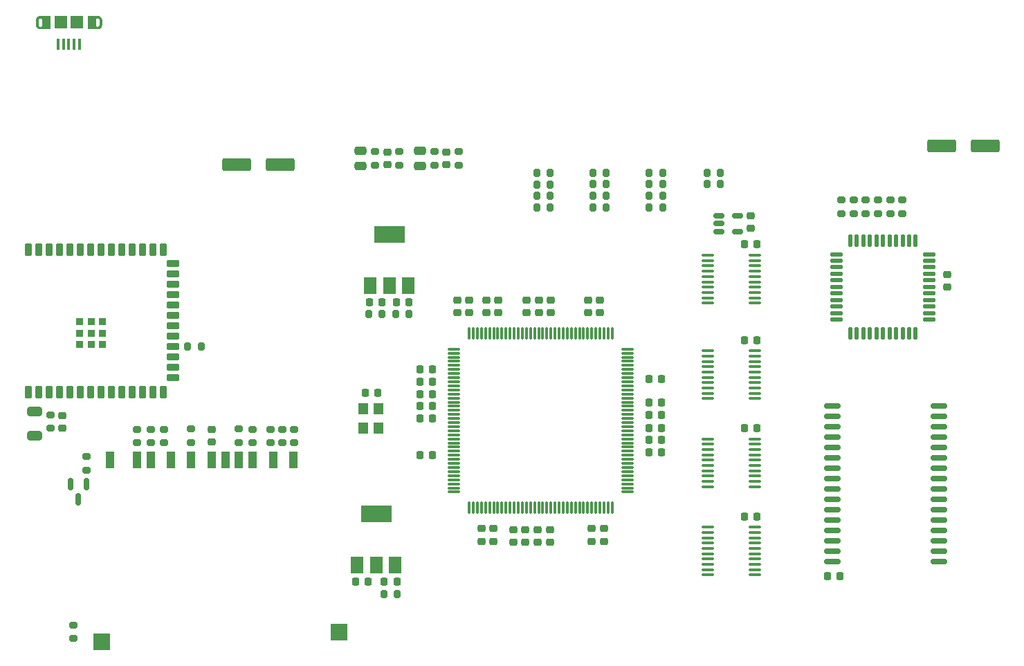
<source format=gtp>
%TF.GenerationSoftware,KiCad,Pcbnew,(7.0.0)*%
%TF.CreationDate,2023-08-07T16:44:30-07:00*%
%TF.ProjectId,aquarius-plus,61717561-7269-4757-932d-706c75732e6b,rev?*%
%TF.SameCoordinates,Original*%
%TF.FileFunction,Paste,Top*%
%TF.FilePolarity,Positive*%
%FSLAX46Y46*%
G04 Gerber Fmt 4.6, Leading zero omitted, Abs format (unit mm)*
G04 Created by KiCad (PCBNEW (7.0.0)) date 2023-08-07 16:44:30*
%MOMM*%
%LPD*%
G01*
G04 APERTURE LIST*
G04 Aperture macros list*
%AMRoundRect*
0 Rectangle with rounded corners*
0 $1 Rounding radius*
0 $2 $3 $4 $5 $6 $7 $8 $9 X,Y pos of 4 corners*
0 Add a 4 corners polygon primitive as box body*
4,1,4,$2,$3,$4,$5,$6,$7,$8,$9,$2,$3,0*
0 Add four circle primitives for the rounded corners*
1,1,$1+$1,$2,$3*
1,1,$1+$1,$4,$5*
1,1,$1+$1,$6,$7*
1,1,$1+$1,$8,$9*
0 Add four rect primitives between the rounded corners*
20,1,$1+$1,$2,$3,$4,$5,0*
20,1,$1+$1,$4,$5,$6,$7,0*
20,1,$1+$1,$6,$7,$8,$9,0*
20,1,$1+$1,$8,$9,$2,$3,0*%
G04 Aperture macros list end*
%ADD10C,0.000100*%
%ADD11RoundRect,0.225000X0.250000X-0.225000X0.250000X0.225000X-0.250000X0.225000X-0.250000X-0.225000X0*%
%ADD12RoundRect,0.200000X-0.275000X0.200000X-0.275000X-0.200000X0.275000X-0.200000X0.275000X0.200000X0*%
%ADD13RoundRect,0.200000X0.275000X-0.200000X0.275000X0.200000X-0.275000X0.200000X-0.275000X-0.200000X0*%
%ADD14RoundRect,0.150000X0.875000X0.150000X-0.875000X0.150000X-0.875000X-0.150000X0.875000X-0.150000X0*%
%ADD15RoundRect,0.200000X-0.200000X-0.275000X0.200000X-0.275000X0.200000X0.275000X-0.200000X0.275000X0*%
%ADD16RoundRect,0.225000X-0.250000X0.225000X-0.250000X-0.225000X0.250000X-0.225000X0.250000X0.225000X0*%
%ADD17R,1.500000X2.000000*%
%ADD18R,3.800000X2.000000*%
%ADD19RoundRect,0.075000X-0.075000X0.662500X-0.075000X-0.662500X0.075000X-0.662500X0.075000X0.662500X0*%
%ADD20RoundRect,0.075000X-0.662500X0.075000X-0.662500X-0.075000X0.662500X-0.075000X0.662500X0.075000X0*%
%ADD21RoundRect,0.225000X0.225000X0.250000X-0.225000X0.250000X-0.225000X-0.250000X0.225000X-0.250000X0*%
%ADD22RoundRect,0.225000X-0.225000X-0.250000X0.225000X-0.250000X0.225000X0.250000X-0.225000X0.250000X0*%
%ADD23RoundRect,0.250000X0.475000X-0.250000X0.475000X0.250000X-0.475000X0.250000X-0.475000X-0.250000X0*%
%ADD24R,0.400000X1.350000*%
%ADD25R,1.500000X1.550000*%
%ADD26R,1.000000X2.000000*%
%ADD27RoundRect,0.000000X-0.500000X-1.000000X0.500000X-1.000000X0.500000X1.000000X-0.500000X1.000000X0*%
%ADD28R,2.000000X2.000000*%
%ADD29RoundRect,0.137500X0.600000X0.137500X-0.600000X0.137500X-0.600000X-0.137500X0.600000X-0.137500X0*%
%ADD30RoundRect,0.137500X0.137500X0.600000X-0.137500X0.600000X-0.137500X-0.600000X0.137500X-0.600000X0*%
%ADD31RoundRect,0.100000X-0.637500X-0.100000X0.637500X-0.100000X0.637500X0.100000X-0.637500X0.100000X0*%
%ADD32RoundRect,0.250000X1.500000X0.550000X-1.500000X0.550000X-1.500000X-0.550000X1.500000X-0.550000X0*%
%ADD33R,1.200000X1.400000*%
%ADD34RoundRect,0.250000X-0.650000X0.325000X-0.650000X-0.325000X0.650000X-0.325000X0.650000X0.325000X0*%
%ADD35RoundRect,0.225000X0.225000X0.525000X-0.225000X0.525000X-0.225000X-0.525000X0.225000X-0.525000X0*%
%ADD36RoundRect,0.225000X-0.525000X0.225000X-0.525000X-0.225000X0.525000X-0.225000X0.525000X0.225000X0*%
%ADD37RoundRect,0.225000X-0.225000X-0.525000X0.225000X-0.525000X0.225000X0.525000X-0.225000X0.525000X0*%
%ADD38RoundRect,0.225000X-0.225000X-0.225000X0.225000X-0.225000X0.225000X0.225000X-0.225000X0.225000X0*%
%ADD39RoundRect,0.150000X-0.150000X0.587500X-0.150000X-0.587500X0.150000X-0.587500X0.150000X0.587500X0*%
%ADD40RoundRect,0.250000X-1.500000X-0.550000X1.500000X-0.550000X1.500000X0.550000X-1.500000X0.550000X0*%
%ADD41RoundRect,0.150000X-0.512500X-0.150000X0.512500X-0.150000X0.512500X0.150000X-0.512500X0.150000X0*%
G04 APERTURE END LIST*
D10*
%TO.C,J1*%
X80967152Y-45229469D02*
X80967152Y-45059469D01*
X73967152Y-43689469D02*
X73967152Y-43859469D01*
G36*
X80967152Y-43884469D02*
G01*
X80954152Y-43884469D01*
X80941152Y-43885469D01*
X80928152Y-43887469D01*
X80915152Y-43889469D01*
X80902152Y-43893469D01*
X80890152Y-43896469D01*
X80877152Y-43901469D01*
X80865152Y-43906469D01*
X80854152Y-43911469D01*
X80842152Y-43917469D01*
X80831152Y-43924469D01*
X80820152Y-43932469D01*
X80810152Y-43940469D01*
X80800152Y-43948469D01*
X80790152Y-43957469D01*
X80781152Y-43967469D01*
X80773152Y-43977469D01*
X80765152Y-43987469D01*
X80757152Y-43998469D01*
X80750152Y-44009469D01*
X80744152Y-44021469D01*
X80739152Y-44032469D01*
X80734152Y-44044469D01*
X80729152Y-44057469D01*
X80726152Y-44069469D01*
X80722152Y-44082469D01*
X80720152Y-44095469D01*
X80718152Y-44108469D01*
X80717152Y-44121469D01*
X80717152Y-44134469D01*
X80717152Y-44784469D01*
X80717152Y-44797469D01*
X80718152Y-44810469D01*
X80720152Y-44823469D01*
X80722152Y-44836469D01*
X80726152Y-44849469D01*
X80729152Y-44861469D01*
X80734152Y-44874469D01*
X80739152Y-44886469D01*
X80744152Y-44897469D01*
X80750152Y-44909469D01*
X80757152Y-44920469D01*
X80765152Y-44931469D01*
X80773152Y-44941469D01*
X80781152Y-44951469D01*
X80790152Y-44961469D01*
X80800152Y-44970469D01*
X80810152Y-44978469D01*
X80820152Y-44986469D01*
X80831152Y-44994469D01*
X80842152Y-45001469D01*
X80854152Y-45007469D01*
X80865152Y-45012469D01*
X80877152Y-45017469D01*
X80890152Y-45022469D01*
X80902152Y-45025469D01*
X80915152Y-45029469D01*
X80928152Y-45031469D01*
X80941152Y-45033469D01*
X80954152Y-45034469D01*
X80967152Y-45034469D01*
X80967152Y-45234469D01*
X79767152Y-45234469D01*
X79767152Y-43684469D01*
X80967152Y-43684469D01*
X80967152Y-43884469D01*
G37*
X80967152Y-43884469D02*
X80954152Y-43884469D01*
X80941152Y-43885469D01*
X80928152Y-43887469D01*
X80915152Y-43889469D01*
X80902152Y-43893469D01*
X80890152Y-43896469D01*
X80877152Y-43901469D01*
X80865152Y-43906469D01*
X80854152Y-43911469D01*
X80842152Y-43917469D01*
X80831152Y-43924469D01*
X80820152Y-43932469D01*
X80810152Y-43940469D01*
X80800152Y-43948469D01*
X80790152Y-43957469D01*
X80781152Y-43967469D01*
X80773152Y-43977469D01*
X80765152Y-43987469D01*
X80757152Y-43998469D01*
X80750152Y-44009469D01*
X80744152Y-44021469D01*
X80739152Y-44032469D01*
X80734152Y-44044469D01*
X80729152Y-44057469D01*
X80726152Y-44069469D01*
X80722152Y-44082469D01*
X80720152Y-44095469D01*
X80718152Y-44108469D01*
X80717152Y-44121469D01*
X80717152Y-44134469D01*
X80717152Y-44784469D01*
X80717152Y-44797469D01*
X80718152Y-44810469D01*
X80720152Y-44823469D01*
X80722152Y-44836469D01*
X80726152Y-44849469D01*
X80729152Y-44861469D01*
X80734152Y-44874469D01*
X80739152Y-44886469D01*
X80744152Y-44897469D01*
X80750152Y-44909469D01*
X80757152Y-44920469D01*
X80765152Y-44931469D01*
X80773152Y-44941469D01*
X80781152Y-44951469D01*
X80790152Y-44961469D01*
X80800152Y-44970469D01*
X80810152Y-44978469D01*
X80820152Y-44986469D01*
X80831152Y-44994469D01*
X80842152Y-45001469D01*
X80854152Y-45007469D01*
X80865152Y-45012469D01*
X80877152Y-45017469D01*
X80890152Y-45022469D01*
X80902152Y-45025469D01*
X80915152Y-45029469D01*
X80928152Y-45031469D01*
X80941152Y-45033469D01*
X80954152Y-45034469D01*
X80967152Y-45034469D01*
X80967152Y-45234469D01*
X79767152Y-45234469D01*
X79767152Y-43684469D01*
X80967152Y-43684469D01*
X80967152Y-43884469D01*
G36*
X75167152Y-45234469D02*
G01*
X73967152Y-45234469D01*
X73967152Y-45034469D01*
X73980152Y-45034469D01*
X73993152Y-45033469D01*
X74006152Y-45031469D01*
X74019152Y-45029469D01*
X74032152Y-45025469D01*
X74044152Y-45022469D01*
X74057152Y-45017469D01*
X74069152Y-45012469D01*
X74080152Y-45007469D01*
X74092152Y-45001469D01*
X74103152Y-44994469D01*
X74114152Y-44986469D01*
X74124152Y-44978469D01*
X74134152Y-44970469D01*
X74144152Y-44961469D01*
X74153152Y-44951469D01*
X74161152Y-44941469D01*
X74169152Y-44931469D01*
X74177152Y-44920469D01*
X74184152Y-44909469D01*
X74190152Y-44897469D01*
X74195152Y-44886469D01*
X74200152Y-44874469D01*
X74205152Y-44861469D01*
X74208152Y-44849469D01*
X74212152Y-44836469D01*
X74214152Y-44823469D01*
X74216152Y-44810469D01*
X74217152Y-44797469D01*
X74217152Y-44784469D01*
X74217152Y-44134469D01*
X74217152Y-44121469D01*
X74216152Y-44108469D01*
X74214152Y-44095469D01*
X74212152Y-44082469D01*
X74208152Y-44069469D01*
X74205152Y-44057469D01*
X74200152Y-44044469D01*
X74195152Y-44032469D01*
X74190152Y-44021469D01*
X74184152Y-44009469D01*
X74177152Y-43998469D01*
X74169152Y-43987469D01*
X74161152Y-43977469D01*
X74153152Y-43967469D01*
X74144152Y-43957469D01*
X74134152Y-43948469D01*
X74124152Y-43940469D01*
X74114152Y-43932469D01*
X74103152Y-43924469D01*
X74092152Y-43917469D01*
X74080152Y-43911469D01*
X74069152Y-43906469D01*
X74057152Y-43901469D01*
X74044152Y-43896469D01*
X74032152Y-43893469D01*
X74019152Y-43889469D01*
X74006152Y-43887469D01*
X73993152Y-43885469D01*
X73980152Y-43884469D01*
X73967152Y-43884469D01*
X73967152Y-43684469D01*
X75167152Y-43684469D01*
X75167152Y-45234469D01*
G37*
X75167152Y-45234469D02*
X73967152Y-45234469D01*
X73967152Y-45034469D01*
X73980152Y-45034469D01*
X73993152Y-45033469D01*
X74006152Y-45031469D01*
X74019152Y-45029469D01*
X74032152Y-45025469D01*
X74044152Y-45022469D01*
X74057152Y-45017469D01*
X74069152Y-45012469D01*
X74080152Y-45007469D01*
X74092152Y-45001469D01*
X74103152Y-44994469D01*
X74114152Y-44986469D01*
X74124152Y-44978469D01*
X74134152Y-44970469D01*
X74144152Y-44961469D01*
X74153152Y-44951469D01*
X74161152Y-44941469D01*
X74169152Y-44931469D01*
X74177152Y-44920469D01*
X74184152Y-44909469D01*
X74190152Y-44897469D01*
X74195152Y-44886469D01*
X74200152Y-44874469D01*
X74205152Y-44861469D01*
X74208152Y-44849469D01*
X74212152Y-44836469D01*
X74214152Y-44823469D01*
X74216152Y-44810469D01*
X74217152Y-44797469D01*
X74217152Y-44784469D01*
X74217152Y-44134469D01*
X74217152Y-44121469D01*
X74216152Y-44108469D01*
X74214152Y-44095469D01*
X74212152Y-44082469D01*
X74208152Y-44069469D01*
X74205152Y-44057469D01*
X74200152Y-44044469D01*
X74195152Y-44032469D01*
X74190152Y-44021469D01*
X74184152Y-44009469D01*
X74177152Y-43998469D01*
X74169152Y-43987469D01*
X74161152Y-43977469D01*
X74153152Y-43967469D01*
X74144152Y-43957469D01*
X74134152Y-43948469D01*
X74124152Y-43940469D01*
X74114152Y-43932469D01*
X74103152Y-43924469D01*
X74092152Y-43917469D01*
X74080152Y-43911469D01*
X74069152Y-43906469D01*
X74057152Y-43901469D01*
X74044152Y-43896469D01*
X74032152Y-43893469D01*
X74019152Y-43889469D01*
X74006152Y-43887469D01*
X73993152Y-43885469D01*
X73980152Y-43884469D01*
X73967152Y-43884469D01*
X73967152Y-43684469D01*
X75167152Y-43684469D01*
X75167152Y-45234469D01*
G36*
X80993152Y-43685469D02*
G01*
X81019152Y-43687469D01*
X81045152Y-43690469D01*
X81071152Y-43695469D01*
X81096152Y-43701469D01*
X81122152Y-43708469D01*
X81146152Y-43717469D01*
X81170152Y-43727469D01*
X81194152Y-43738469D01*
X81217152Y-43751469D01*
X81239152Y-43765469D01*
X81261152Y-43779469D01*
X81282152Y-43795469D01*
X81302152Y-43812469D01*
X81321152Y-43830469D01*
X81339152Y-43849469D01*
X81356152Y-43869469D01*
X81372152Y-43890469D01*
X81386152Y-43912469D01*
X81400152Y-43934469D01*
X81413152Y-43957469D01*
X81424152Y-43981469D01*
X81434152Y-44005469D01*
X81443152Y-44029469D01*
X81450152Y-44055469D01*
X81456152Y-44080469D01*
X81461152Y-44106469D01*
X81464152Y-44132469D01*
X81466152Y-44158469D01*
X81467152Y-44184469D01*
X81467152Y-44734469D01*
X81466152Y-44760469D01*
X81464152Y-44786469D01*
X81461152Y-44812469D01*
X81456152Y-44838469D01*
X81450152Y-44863469D01*
X81443152Y-44889469D01*
X81434152Y-44913469D01*
X81424152Y-44937469D01*
X81413152Y-44961469D01*
X81400152Y-44984469D01*
X81386152Y-45006469D01*
X81372152Y-45028469D01*
X81356152Y-45049469D01*
X81339152Y-45069469D01*
X81321152Y-45088469D01*
X81302152Y-45106469D01*
X81282152Y-45123469D01*
X81261152Y-45139469D01*
X81239152Y-45153469D01*
X81217152Y-45167469D01*
X81194152Y-45180469D01*
X81170152Y-45191469D01*
X81146152Y-45201469D01*
X81122152Y-45210469D01*
X81096152Y-45217469D01*
X81071152Y-45223469D01*
X81045152Y-45228469D01*
X81019152Y-45231469D01*
X80993152Y-45233469D01*
X80967152Y-45234469D01*
X80967152Y-45034469D01*
X80980152Y-45034469D01*
X80993152Y-45033469D01*
X81006152Y-45031469D01*
X81019152Y-45029469D01*
X81032152Y-45025469D01*
X81044152Y-45022469D01*
X81057152Y-45017469D01*
X81069152Y-45012469D01*
X81080152Y-45007469D01*
X81092152Y-45001469D01*
X81103152Y-44994469D01*
X81114152Y-44986469D01*
X81124152Y-44978469D01*
X81134152Y-44970469D01*
X81144152Y-44961469D01*
X81153152Y-44951469D01*
X81161152Y-44941469D01*
X81169152Y-44931469D01*
X81177152Y-44920469D01*
X81184152Y-44909469D01*
X81190152Y-44897469D01*
X81195152Y-44886469D01*
X81200152Y-44874469D01*
X81205152Y-44861469D01*
X81208152Y-44849469D01*
X81212152Y-44836469D01*
X81214152Y-44823469D01*
X81216152Y-44810469D01*
X81217152Y-44797469D01*
X81217152Y-44784469D01*
X81217152Y-44134469D01*
X81217152Y-44121469D01*
X81216152Y-44108469D01*
X81214152Y-44095469D01*
X81212152Y-44082469D01*
X81208152Y-44069469D01*
X81205152Y-44057469D01*
X81200152Y-44044469D01*
X81195152Y-44032469D01*
X81190152Y-44021469D01*
X81184152Y-44009469D01*
X81177152Y-43998469D01*
X81169152Y-43987469D01*
X81161152Y-43977469D01*
X81153152Y-43967469D01*
X81144152Y-43957469D01*
X81134152Y-43948469D01*
X81124152Y-43940469D01*
X81114152Y-43932469D01*
X81103152Y-43924469D01*
X81092152Y-43917469D01*
X81080152Y-43911469D01*
X81069152Y-43906469D01*
X81057152Y-43901469D01*
X81044152Y-43896469D01*
X81032152Y-43893469D01*
X81019152Y-43889469D01*
X81006152Y-43887469D01*
X80993152Y-43885469D01*
X80980152Y-43884469D01*
X80967152Y-43884469D01*
X80967152Y-43684469D01*
X80993152Y-43685469D01*
G37*
X80993152Y-43685469D02*
X81019152Y-43687469D01*
X81045152Y-43690469D01*
X81071152Y-43695469D01*
X81096152Y-43701469D01*
X81122152Y-43708469D01*
X81146152Y-43717469D01*
X81170152Y-43727469D01*
X81194152Y-43738469D01*
X81217152Y-43751469D01*
X81239152Y-43765469D01*
X81261152Y-43779469D01*
X81282152Y-43795469D01*
X81302152Y-43812469D01*
X81321152Y-43830469D01*
X81339152Y-43849469D01*
X81356152Y-43869469D01*
X81372152Y-43890469D01*
X81386152Y-43912469D01*
X81400152Y-43934469D01*
X81413152Y-43957469D01*
X81424152Y-43981469D01*
X81434152Y-44005469D01*
X81443152Y-44029469D01*
X81450152Y-44055469D01*
X81456152Y-44080469D01*
X81461152Y-44106469D01*
X81464152Y-44132469D01*
X81466152Y-44158469D01*
X81467152Y-44184469D01*
X81467152Y-44734469D01*
X81466152Y-44760469D01*
X81464152Y-44786469D01*
X81461152Y-44812469D01*
X81456152Y-44838469D01*
X81450152Y-44863469D01*
X81443152Y-44889469D01*
X81434152Y-44913469D01*
X81424152Y-44937469D01*
X81413152Y-44961469D01*
X81400152Y-44984469D01*
X81386152Y-45006469D01*
X81372152Y-45028469D01*
X81356152Y-45049469D01*
X81339152Y-45069469D01*
X81321152Y-45088469D01*
X81302152Y-45106469D01*
X81282152Y-45123469D01*
X81261152Y-45139469D01*
X81239152Y-45153469D01*
X81217152Y-45167469D01*
X81194152Y-45180469D01*
X81170152Y-45191469D01*
X81146152Y-45201469D01*
X81122152Y-45210469D01*
X81096152Y-45217469D01*
X81071152Y-45223469D01*
X81045152Y-45228469D01*
X81019152Y-45231469D01*
X80993152Y-45233469D01*
X80967152Y-45234469D01*
X80967152Y-45034469D01*
X80980152Y-45034469D01*
X80993152Y-45033469D01*
X81006152Y-45031469D01*
X81019152Y-45029469D01*
X81032152Y-45025469D01*
X81044152Y-45022469D01*
X81057152Y-45017469D01*
X81069152Y-45012469D01*
X81080152Y-45007469D01*
X81092152Y-45001469D01*
X81103152Y-44994469D01*
X81114152Y-44986469D01*
X81124152Y-44978469D01*
X81134152Y-44970469D01*
X81144152Y-44961469D01*
X81153152Y-44951469D01*
X81161152Y-44941469D01*
X81169152Y-44931469D01*
X81177152Y-44920469D01*
X81184152Y-44909469D01*
X81190152Y-44897469D01*
X81195152Y-44886469D01*
X81200152Y-44874469D01*
X81205152Y-44861469D01*
X81208152Y-44849469D01*
X81212152Y-44836469D01*
X81214152Y-44823469D01*
X81216152Y-44810469D01*
X81217152Y-44797469D01*
X81217152Y-44784469D01*
X81217152Y-44134469D01*
X81217152Y-44121469D01*
X81216152Y-44108469D01*
X81214152Y-44095469D01*
X81212152Y-44082469D01*
X81208152Y-44069469D01*
X81205152Y-44057469D01*
X81200152Y-44044469D01*
X81195152Y-44032469D01*
X81190152Y-44021469D01*
X81184152Y-44009469D01*
X81177152Y-43998469D01*
X81169152Y-43987469D01*
X81161152Y-43977469D01*
X81153152Y-43967469D01*
X81144152Y-43957469D01*
X81134152Y-43948469D01*
X81124152Y-43940469D01*
X81114152Y-43932469D01*
X81103152Y-43924469D01*
X81092152Y-43917469D01*
X81080152Y-43911469D01*
X81069152Y-43906469D01*
X81057152Y-43901469D01*
X81044152Y-43896469D01*
X81032152Y-43893469D01*
X81019152Y-43889469D01*
X81006152Y-43887469D01*
X80993152Y-43885469D01*
X80980152Y-43884469D01*
X80967152Y-43884469D01*
X80967152Y-43684469D01*
X80993152Y-43685469D01*
G36*
X73967152Y-43884469D02*
G01*
X73954152Y-43884469D01*
X73941152Y-43885469D01*
X73928152Y-43887469D01*
X73915152Y-43889469D01*
X73902152Y-43893469D01*
X73890152Y-43896469D01*
X73877152Y-43901469D01*
X73865152Y-43906469D01*
X73854152Y-43911469D01*
X73842152Y-43917469D01*
X73831152Y-43924469D01*
X73820152Y-43932469D01*
X73810152Y-43940469D01*
X73800152Y-43948469D01*
X73790152Y-43957469D01*
X73781152Y-43967469D01*
X73773152Y-43977469D01*
X73765152Y-43987469D01*
X73757152Y-43998469D01*
X73750152Y-44009469D01*
X73744152Y-44021469D01*
X73739152Y-44032469D01*
X73734152Y-44044469D01*
X73729152Y-44057469D01*
X73726152Y-44069469D01*
X73722152Y-44082469D01*
X73720152Y-44095469D01*
X73718152Y-44108469D01*
X73717152Y-44121469D01*
X73717152Y-44134469D01*
X73717152Y-44784469D01*
X73717152Y-44797469D01*
X73718152Y-44810469D01*
X73720152Y-44823469D01*
X73722152Y-44836469D01*
X73726152Y-44849469D01*
X73729152Y-44861469D01*
X73734152Y-44874469D01*
X73739152Y-44886469D01*
X73744152Y-44897469D01*
X73750152Y-44909469D01*
X73757152Y-44920469D01*
X73765152Y-44931469D01*
X73773152Y-44941469D01*
X73781152Y-44951469D01*
X73790152Y-44961469D01*
X73800152Y-44970469D01*
X73810152Y-44978469D01*
X73820152Y-44986469D01*
X73831152Y-44994469D01*
X73842152Y-45001469D01*
X73854152Y-45007469D01*
X73865152Y-45012469D01*
X73877152Y-45017469D01*
X73890152Y-45022469D01*
X73902152Y-45025469D01*
X73915152Y-45029469D01*
X73928152Y-45031469D01*
X73941152Y-45033469D01*
X73954152Y-45034469D01*
X73967152Y-45034469D01*
X73967152Y-45234469D01*
X73941152Y-45233469D01*
X73915152Y-45231469D01*
X73889152Y-45228469D01*
X73863152Y-45223469D01*
X73838152Y-45217469D01*
X73812152Y-45210469D01*
X73788152Y-45201469D01*
X73764152Y-45191469D01*
X73740152Y-45180469D01*
X73717152Y-45167469D01*
X73695152Y-45153469D01*
X73673152Y-45139469D01*
X73652152Y-45123469D01*
X73632152Y-45106469D01*
X73613152Y-45088469D01*
X73595152Y-45069469D01*
X73578152Y-45049469D01*
X73562152Y-45028469D01*
X73548152Y-45006469D01*
X73534152Y-44984469D01*
X73521152Y-44961469D01*
X73510152Y-44937469D01*
X73500152Y-44913469D01*
X73491152Y-44889469D01*
X73484152Y-44863469D01*
X73478152Y-44838469D01*
X73473152Y-44812469D01*
X73470152Y-44786469D01*
X73468152Y-44760469D01*
X73467152Y-44734469D01*
X73467152Y-44184469D01*
X73468152Y-44158469D01*
X73470152Y-44132469D01*
X73473152Y-44106469D01*
X73478152Y-44080469D01*
X73484152Y-44055469D01*
X73491152Y-44029469D01*
X73500152Y-44005469D01*
X73510152Y-43981469D01*
X73521152Y-43957469D01*
X73534152Y-43934469D01*
X73548152Y-43912469D01*
X73562152Y-43890469D01*
X73578152Y-43869469D01*
X73595152Y-43849469D01*
X73613152Y-43830469D01*
X73632152Y-43812469D01*
X73652152Y-43795469D01*
X73673152Y-43779469D01*
X73695152Y-43765469D01*
X73717152Y-43751469D01*
X73740152Y-43738469D01*
X73764152Y-43727469D01*
X73788152Y-43717469D01*
X73812152Y-43708469D01*
X73838152Y-43701469D01*
X73863152Y-43695469D01*
X73889152Y-43690469D01*
X73915152Y-43687469D01*
X73941152Y-43685469D01*
X73967152Y-43684469D01*
X73967152Y-43884469D01*
G37*
X73967152Y-43884469D02*
X73954152Y-43884469D01*
X73941152Y-43885469D01*
X73928152Y-43887469D01*
X73915152Y-43889469D01*
X73902152Y-43893469D01*
X73890152Y-43896469D01*
X73877152Y-43901469D01*
X73865152Y-43906469D01*
X73854152Y-43911469D01*
X73842152Y-43917469D01*
X73831152Y-43924469D01*
X73820152Y-43932469D01*
X73810152Y-43940469D01*
X73800152Y-43948469D01*
X73790152Y-43957469D01*
X73781152Y-43967469D01*
X73773152Y-43977469D01*
X73765152Y-43987469D01*
X73757152Y-43998469D01*
X73750152Y-44009469D01*
X73744152Y-44021469D01*
X73739152Y-44032469D01*
X73734152Y-44044469D01*
X73729152Y-44057469D01*
X73726152Y-44069469D01*
X73722152Y-44082469D01*
X73720152Y-44095469D01*
X73718152Y-44108469D01*
X73717152Y-44121469D01*
X73717152Y-44134469D01*
X73717152Y-44784469D01*
X73717152Y-44797469D01*
X73718152Y-44810469D01*
X73720152Y-44823469D01*
X73722152Y-44836469D01*
X73726152Y-44849469D01*
X73729152Y-44861469D01*
X73734152Y-44874469D01*
X73739152Y-44886469D01*
X73744152Y-44897469D01*
X73750152Y-44909469D01*
X73757152Y-44920469D01*
X73765152Y-44931469D01*
X73773152Y-44941469D01*
X73781152Y-44951469D01*
X73790152Y-44961469D01*
X73800152Y-44970469D01*
X73810152Y-44978469D01*
X73820152Y-44986469D01*
X73831152Y-44994469D01*
X73842152Y-45001469D01*
X73854152Y-45007469D01*
X73865152Y-45012469D01*
X73877152Y-45017469D01*
X73890152Y-45022469D01*
X73902152Y-45025469D01*
X73915152Y-45029469D01*
X73928152Y-45031469D01*
X73941152Y-45033469D01*
X73954152Y-45034469D01*
X73967152Y-45034469D01*
X73967152Y-45234469D01*
X73941152Y-45233469D01*
X73915152Y-45231469D01*
X73889152Y-45228469D01*
X73863152Y-45223469D01*
X73838152Y-45217469D01*
X73812152Y-45210469D01*
X73788152Y-45201469D01*
X73764152Y-45191469D01*
X73740152Y-45180469D01*
X73717152Y-45167469D01*
X73695152Y-45153469D01*
X73673152Y-45139469D01*
X73652152Y-45123469D01*
X73632152Y-45106469D01*
X73613152Y-45088469D01*
X73595152Y-45069469D01*
X73578152Y-45049469D01*
X73562152Y-45028469D01*
X73548152Y-45006469D01*
X73534152Y-44984469D01*
X73521152Y-44961469D01*
X73510152Y-44937469D01*
X73500152Y-44913469D01*
X73491152Y-44889469D01*
X73484152Y-44863469D01*
X73478152Y-44838469D01*
X73473152Y-44812469D01*
X73470152Y-44786469D01*
X73468152Y-44760469D01*
X73467152Y-44734469D01*
X73467152Y-44184469D01*
X73468152Y-44158469D01*
X73470152Y-44132469D01*
X73473152Y-44106469D01*
X73478152Y-44080469D01*
X73484152Y-44055469D01*
X73491152Y-44029469D01*
X73500152Y-44005469D01*
X73510152Y-43981469D01*
X73521152Y-43957469D01*
X73534152Y-43934469D01*
X73548152Y-43912469D01*
X73562152Y-43890469D01*
X73578152Y-43869469D01*
X73595152Y-43849469D01*
X73613152Y-43830469D01*
X73632152Y-43812469D01*
X73652152Y-43795469D01*
X73673152Y-43779469D01*
X73695152Y-43765469D01*
X73717152Y-43751469D01*
X73740152Y-43738469D01*
X73764152Y-43727469D01*
X73788152Y-43717469D01*
X73812152Y-43708469D01*
X73838152Y-43701469D01*
X73863152Y-43695469D01*
X73889152Y-43690469D01*
X73915152Y-43687469D01*
X73941152Y-43685469D01*
X73967152Y-43684469D01*
X73967152Y-43884469D01*
%TD*%
D11*
%TO.C,C21*%
X140997000Y-79981200D03*
X140997000Y-78431200D03*
%TD*%
D12*
%TO.C,R24*%
X173497500Y-66238100D03*
X173497500Y-67888100D03*
%TD*%
D13*
%TO.C,R49*%
X75200000Y-94175000D03*
X75200000Y-92525000D03*
%TD*%
D14*
%TO.C,U13*%
X183972700Y-110490000D03*
X183972700Y-109220000D03*
X183972700Y-107950000D03*
X183972700Y-106680000D03*
X183972700Y-105410000D03*
X183972700Y-104140000D03*
X183972700Y-102870000D03*
X183972700Y-101600000D03*
X183972700Y-100330000D03*
X183972700Y-99060000D03*
X183972700Y-97790000D03*
X183972700Y-96520000D03*
X183972700Y-95250000D03*
X183972700Y-93980000D03*
X183972700Y-92710000D03*
X183972700Y-91440000D03*
X170872700Y-91440000D03*
X170872700Y-92710000D03*
X170872700Y-93980000D03*
X170872700Y-95250000D03*
X170872700Y-96520000D03*
X170872700Y-97790000D03*
X170872700Y-99060000D03*
X170872700Y-100330000D03*
X170872700Y-101600000D03*
X170872700Y-102870000D03*
X170872700Y-104140000D03*
X170872700Y-105410000D03*
X170872700Y-106680000D03*
X170872700Y-107950000D03*
X170872700Y-109220000D03*
X170872700Y-110490000D03*
%TD*%
D12*
%TO.C,R47*%
X103611700Y-94273200D03*
X103611700Y-95923200D03*
%TD*%
D15*
%TO.C,R20*%
X141609500Y-67120100D03*
X143259500Y-67120100D03*
%TD*%
%TO.C,R13*%
X148494300Y-64282000D03*
X150144300Y-64282000D03*
%TD*%
D16*
%TO.C,C46*%
X136350000Y-106562500D03*
X136350000Y-108112500D03*
%TD*%
D11*
%TO.C,C4*%
X123699400Y-61898800D03*
X123699400Y-60348800D03*
%TD*%
D17*
%TO.C,U3*%
X114393326Y-76700699D03*
X116693326Y-76700699D03*
D18*
X116693326Y-70400699D03*
D17*
X118993326Y-76700699D03*
%TD*%
D16*
%TO.C,C52*%
X134850000Y-106562500D03*
X134850000Y-108112500D03*
%TD*%
D12*
%TO.C,R46*%
X102150300Y-94272500D03*
X102150300Y-95922500D03*
%TD*%
D19*
%TO.C,U6*%
X143970000Y-82550000D03*
X143470000Y-82550000D03*
X142970000Y-82550000D03*
X142470000Y-82550000D03*
X141970000Y-82550000D03*
X141470000Y-82550000D03*
X140970000Y-82550000D03*
X140470000Y-82550000D03*
X139970000Y-82550000D03*
X139470000Y-82550000D03*
X138970000Y-82550000D03*
X138470000Y-82550000D03*
X137970000Y-82550000D03*
X137470000Y-82550000D03*
X136970000Y-82550000D03*
X136470000Y-82550000D03*
X135970000Y-82550000D03*
X135470000Y-82550000D03*
X134970000Y-82550000D03*
X134470000Y-82550000D03*
X133970000Y-82550000D03*
X133470000Y-82550000D03*
X132970000Y-82550000D03*
X132470000Y-82550000D03*
X131970000Y-82550000D03*
X131470000Y-82550000D03*
X130970000Y-82550000D03*
X130470000Y-82550000D03*
X129970000Y-82550000D03*
X129470000Y-82550000D03*
X128970000Y-82550000D03*
X128470000Y-82550000D03*
X127970000Y-82550000D03*
X127470000Y-82550000D03*
X126970000Y-82550000D03*
X126470000Y-82550000D03*
D20*
X124557500Y-84462500D03*
X124557500Y-84962500D03*
X124557500Y-85462500D03*
X124557500Y-85962500D03*
X124557500Y-86462500D03*
X124557500Y-86962500D03*
X124557500Y-87462500D03*
X124557500Y-87962500D03*
X124557500Y-88462500D03*
X124557500Y-88962500D03*
X124557500Y-89462500D03*
X124557500Y-89962500D03*
X124557500Y-90462500D03*
X124557500Y-90962500D03*
X124557500Y-91462500D03*
X124557500Y-91962500D03*
X124557500Y-92462500D03*
X124557500Y-92962500D03*
X124557500Y-93462500D03*
X124557500Y-93962500D03*
X124557500Y-94462500D03*
X124557500Y-94962500D03*
X124557500Y-95462500D03*
X124557500Y-95962500D03*
X124557500Y-96462500D03*
X124557500Y-96962500D03*
X124557500Y-97462500D03*
X124557500Y-97962500D03*
X124557500Y-98462500D03*
X124557500Y-98962500D03*
X124557500Y-99462500D03*
X124557500Y-99962500D03*
X124557500Y-100462500D03*
X124557500Y-100962500D03*
X124557500Y-101462500D03*
X124557500Y-101962500D03*
D19*
X126470000Y-103875000D03*
X126970000Y-103875000D03*
X127470000Y-103875000D03*
X127970000Y-103875000D03*
X128470000Y-103875000D03*
X128970000Y-103875000D03*
X129470000Y-103875000D03*
X129970000Y-103875000D03*
X130470000Y-103875000D03*
X130970000Y-103875000D03*
X131470000Y-103875000D03*
X131970000Y-103875000D03*
X132470000Y-103875000D03*
X132970000Y-103875000D03*
X133470000Y-103875000D03*
X133970000Y-103875000D03*
X134470000Y-103875000D03*
X134970000Y-103875000D03*
X135470000Y-103875000D03*
X135970000Y-103875000D03*
X136470000Y-103875000D03*
X136970000Y-103875000D03*
X137470000Y-103875000D03*
X137970000Y-103875000D03*
X138470000Y-103875000D03*
X138970000Y-103875000D03*
X139470000Y-103875000D03*
X139970000Y-103875000D03*
X140470000Y-103875000D03*
X140970000Y-103875000D03*
X141470000Y-103875000D03*
X141970000Y-103875000D03*
X142470000Y-103875000D03*
X142970000Y-103875000D03*
X143470000Y-103875000D03*
X143970000Y-103875000D03*
D20*
X145882500Y-101962500D03*
X145882500Y-101462500D03*
X145882500Y-100962500D03*
X145882500Y-100462500D03*
X145882500Y-99962500D03*
X145882500Y-99462500D03*
X145882500Y-98962500D03*
X145882500Y-98462500D03*
X145882500Y-97962500D03*
X145882500Y-97462500D03*
X145882500Y-96962500D03*
X145882500Y-96462500D03*
X145882500Y-95962500D03*
X145882500Y-95462500D03*
X145882500Y-94962500D03*
X145882500Y-94462500D03*
X145882500Y-93962500D03*
X145882500Y-93462500D03*
X145882500Y-92962500D03*
X145882500Y-92462500D03*
X145882500Y-91962500D03*
X145882500Y-91462500D03*
X145882500Y-90962500D03*
X145882500Y-90462500D03*
X145882500Y-89962500D03*
X145882500Y-89462500D03*
X145882500Y-88962500D03*
X145882500Y-88462500D03*
X145882500Y-87962500D03*
X145882500Y-87462500D03*
X145882500Y-86962500D03*
X145882500Y-86462500D03*
X145882500Y-85962500D03*
X145882500Y-85462500D03*
X145882500Y-84962500D03*
X145882500Y-84462500D03*
%TD*%
D15*
%TO.C,R15*%
X134738600Y-65716700D03*
X136388600Y-65716700D03*
%TD*%
D12*
%TO.C,R25*%
X175000000Y-66238100D03*
X175000000Y-67888100D03*
%TD*%
D21*
%TO.C,C47*%
X114100000Y-112925600D03*
X112550000Y-112925600D03*
%TD*%
D16*
%TO.C,C35*%
X133350000Y-106575000D03*
X133350000Y-108125000D03*
%TD*%
D22*
%TO.C,C55*%
X170296800Y-112226000D03*
X171846800Y-112226000D03*
%TD*%
D11*
%TO.C,C20*%
X125000000Y-79983800D03*
X125000000Y-78433800D03*
%TD*%
D23*
%TO.C,C3*%
X120449400Y-62073800D03*
X120449400Y-60173800D03*
%TD*%
D12*
%TO.C,R23*%
X172000000Y-66238100D03*
X172000000Y-67888100D03*
%TD*%
D11*
%TO.C,C19*%
X136470000Y-79987500D03*
X136470000Y-78437500D03*
%TD*%
D13*
%TO.C,R4*%
X117945700Y-61957300D03*
X117945700Y-60307300D03*
%TD*%
D11*
%TO.C,C56*%
X94954900Y-95871400D03*
X94954900Y-94321400D03*
%TD*%
D21*
%TO.C,C48*%
X117625000Y-112925600D03*
X116075000Y-112925600D03*
%TD*%
%TO.C,C45*%
X161685000Y-104941400D03*
X160135000Y-104941400D03*
%TD*%
D15*
%TO.C,R14*%
X155581300Y-64279100D03*
X157231300Y-64279100D03*
%TD*%
%TO.C,R39*%
X116025000Y-114425600D03*
X117675000Y-114425600D03*
%TD*%
%TO.C,R9*%
X148494300Y-62864900D03*
X150144300Y-62864900D03*
%TD*%
D21*
%TO.C,C41*%
X161685000Y-94131400D03*
X160135000Y-94131400D03*
%TD*%
D12*
%TO.C,R44*%
X98282900Y-94254000D03*
X98282900Y-95904000D03*
%TD*%
D21*
%TO.C,C30*%
X121995000Y-86962500D03*
X120445000Y-86962500D03*
%TD*%
D12*
%TO.C,R3*%
X114949400Y-60298800D03*
X114949400Y-61948800D03*
%TD*%
D11*
%TO.C,C15*%
X128550000Y-79987500D03*
X128550000Y-78437500D03*
%TD*%
D15*
%TO.C,R11*%
X134738600Y-64298300D03*
X136388600Y-64298300D03*
%TD*%
D22*
%TO.C,C40*%
X148445000Y-94100002D03*
X149995000Y-94100002D03*
%TD*%
D24*
%TO.C,J1*%
X78767151Y-47159468D03*
X78117151Y-47159468D03*
X77467151Y-47159468D03*
X76817151Y-47159468D03*
X76167151Y-47159468D03*
D25*
X78467151Y-44459468D03*
X76467151Y-44459468D03*
%TD*%
D13*
%TO.C,R40*%
X85835800Y-95921600D03*
X85835800Y-94271600D03*
%TD*%
D12*
%TO.C,R27*%
X178000000Y-66225000D03*
X178000000Y-67875000D03*
%TD*%
D17*
%TO.C,U11*%
X112777499Y-110925599D03*
X115077499Y-110925599D03*
D18*
X115077499Y-104625599D03*
D17*
X117377499Y-110925599D03*
%TD*%
D21*
%TO.C,C33*%
X121983000Y-88476400D03*
X120433000Y-88476400D03*
%TD*%
D15*
%TO.C,R16*%
X141608400Y-65697000D03*
X143258400Y-65697000D03*
%TD*%
D21*
%TO.C,C29*%
X161685000Y-83351400D03*
X160135000Y-83351400D03*
%TD*%
D22*
%TO.C,C42*%
X148450000Y-95600000D03*
X150000000Y-95600000D03*
%TD*%
D15*
%TO.C,R17*%
X148490500Y-65693000D03*
X150140500Y-65693000D03*
%TD*%
D16*
%TO.C,C49*%
X127970000Y-106437500D03*
X127970000Y-107987500D03*
%TD*%
D15*
%TO.C,R21*%
X148494300Y-67128100D03*
X150144300Y-67128100D03*
%TD*%
%TO.C,R36*%
X114181627Y-80200000D03*
X115831627Y-80200000D03*
%TD*%
D16*
%TO.C,C57*%
X76659700Y-92575400D03*
X76659700Y-94125400D03*
%TD*%
D13*
%TO.C,R68*%
X79650000Y-99275000D03*
X79650000Y-97625000D03*
%TD*%
D12*
%TO.C,R69*%
X78000000Y-118225000D03*
X78000000Y-119875000D03*
%TD*%
D26*
%TO.C,J9*%
X102459999Y-98069999D03*
X99959999Y-98069999D03*
X96649999Y-98069999D03*
X94939999Y-98069999D03*
X92439999Y-98069999D03*
X89939999Y-98069999D03*
X87519999Y-98069999D03*
X85819999Y-98069999D03*
X104959999Y-98069999D03*
D27*
X98280000Y-98070000D03*
D26*
X82539999Y-98069999D03*
D28*
X110534999Y-119119999D03*
X81464999Y-120319999D03*
%TD*%
D12*
%TO.C,R43*%
X92411000Y-94257600D03*
X92411000Y-95907600D03*
%TD*%
D11*
%TO.C,C24*%
X184982873Y-76850000D03*
X184982873Y-75300000D03*
%TD*%
D12*
%TO.C,R26*%
X176500000Y-66238100D03*
X176500000Y-67888100D03*
%TD*%
D29*
%TO.C,U7*%
X182770000Y-80848100D03*
X182770000Y-80048100D03*
X182770000Y-79248100D03*
X182770000Y-78448100D03*
X182770000Y-77648100D03*
X182770000Y-76848100D03*
X182770000Y-76048100D03*
X182770000Y-75248100D03*
X182770000Y-74448100D03*
X182770000Y-73648100D03*
X182770000Y-72848100D03*
D30*
X181107500Y-71185600D03*
X180307500Y-71185600D03*
X179507500Y-71185600D03*
X178707500Y-71185600D03*
X177907500Y-71185600D03*
X177107500Y-71185600D03*
X176307500Y-71185600D03*
X175507500Y-71185600D03*
X174707500Y-71185600D03*
X173907500Y-71185600D03*
X173107500Y-71185600D03*
D29*
X171445000Y-72848100D03*
X171445000Y-73648100D03*
X171445000Y-74448100D03*
X171445000Y-75248100D03*
X171445000Y-76048100D03*
X171445000Y-76848100D03*
X171445000Y-77648100D03*
X171445000Y-78448100D03*
X171445000Y-79248100D03*
X171445000Y-80048100D03*
X171445000Y-80848100D03*
D30*
X173107500Y-82510600D03*
X173907500Y-82510600D03*
X174707500Y-82510600D03*
X175507500Y-82510600D03*
X176307500Y-82510600D03*
X177107500Y-82510600D03*
X177907500Y-82510600D03*
X178707500Y-82510600D03*
X179507500Y-82510600D03*
X180307500Y-82510600D03*
X181107500Y-82510600D03*
%TD*%
D31*
%TO.C,U4*%
X155684100Y-72980000D03*
X155684100Y-73630000D03*
X155684100Y-74280000D03*
X155684100Y-74930000D03*
X155684100Y-75580000D03*
X155684100Y-76230000D03*
X155684100Y-76880000D03*
X155684100Y-77530000D03*
X155684100Y-78180000D03*
X155684100Y-78830000D03*
X161409100Y-78830000D03*
X161409100Y-78180000D03*
X161409100Y-77530000D03*
X161409100Y-76880000D03*
X161409100Y-76230000D03*
X161409100Y-75580000D03*
X161409100Y-74930000D03*
X161409100Y-74280000D03*
X161409100Y-73630000D03*
X161409100Y-72980000D03*
%TD*%
D22*
%TO.C,C37*%
X148445000Y-91012500D03*
X149995000Y-91012500D03*
%TD*%
%TO.C,C39*%
X148445000Y-92512500D03*
X149995000Y-92512500D03*
%TD*%
D13*
%TO.C,R6*%
X125206600Y-61943400D03*
X125206600Y-60293400D03*
%TD*%
D31*
%TO.C,U9*%
X155697500Y-95456400D03*
X155697500Y-96106400D03*
X155697500Y-96756400D03*
X155697500Y-97406400D03*
X155697500Y-98056400D03*
X155697500Y-98706400D03*
X155697500Y-99356400D03*
X155697500Y-100006400D03*
X155697500Y-100656400D03*
X155697500Y-101306400D03*
X161422500Y-101306400D03*
X161422500Y-100656400D03*
X161422500Y-100006400D03*
X161422500Y-99356400D03*
X161422500Y-98706400D03*
X161422500Y-98056400D03*
X161422500Y-97406400D03*
X161422500Y-96756400D03*
X161422500Y-96106400D03*
X161422500Y-95456400D03*
%TD*%
D12*
%TO.C,R45*%
X99981100Y-94267600D03*
X99981100Y-95917600D03*
%TD*%
D11*
%TO.C,C14*%
X126470000Y-79987500D03*
X126470000Y-78437500D03*
%TD*%
D21*
%TO.C,C43*%
X121995000Y-97462500D03*
X120445000Y-97462500D03*
%TD*%
D16*
%TO.C,C51*%
X131850000Y-106562500D03*
X131850000Y-108112500D03*
%TD*%
D31*
%TO.C,U8*%
X155697500Y-84676400D03*
X155697500Y-85326400D03*
X155697500Y-85976400D03*
X155697500Y-86626400D03*
X155697500Y-87276400D03*
X155697500Y-87926400D03*
X155697500Y-88576400D03*
X155697500Y-89226400D03*
X155697500Y-89876400D03*
X155697500Y-90526400D03*
X161422500Y-90526400D03*
X161422500Y-89876400D03*
X161422500Y-89226400D03*
X161422500Y-88576400D03*
X161422500Y-87926400D03*
X161422500Y-87276400D03*
X161422500Y-86626400D03*
X161422500Y-85976400D03*
X161422500Y-85326400D03*
X161422500Y-84676400D03*
%TD*%
D15*
%TO.C,R12*%
X141609500Y-64273900D03*
X143259500Y-64273900D03*
%TD*%
%TO.C,R19*%
X134738600Y-67135000D03*
X136388600Y-67135000D03*
%TD*%
D12*
%TO.C,R5*%
X122199400Y-60298800D03*
X122199400Y-61948800D03*
%TD*%
D21*
%TO.C,C36*%
X121995000Y-91462500D03*
X120445000Y-91462500D03*
%TD*%
%TO.C,C10*%
X161671600Y-71655000D03*
X160121600Y-71655000D03*
%TD*%
D32*
%TO.C,C7*%
X103380000Y-61880000D03*
X97980000Y-61880000D03*
%TD*%
D11*
%TO.C,C2*%
X116449400Y-61898800D03*
X116449400Y-60348800D03*
%TD*%
D33*
%TO.C,X1*%
X113499999Y-91749999D03*
X113499999Y-94149999D03*
X115399999Y-94149999D03*
X115399999Y-91749999D03*
%TD*%
D22*
%TO.C,C31*%
X148446200Y-88090600D03*
X149996200Y-88090600D03*
%TD*%
D16*
%TO.C,C53*%
X142950000Y-106443000D03*
X142950000Y-107993000D03*
%TD*%
D11*
%TO.C,C16*%
X130050000Y-79987500D03*
X130050000Y-78437500D03*
%TD*%
D21*
%TO.C,C38*%
X121995100Y-92991200D03*
X120445100Y-92991200D03*
%TD*%
D31*
%TO.C,U12*%
X155697500Y-106266400D03*
X155697500Y-106916400D03*
X155697500Y-107566400D03*
X155697500Y-108216400D03*
X155697500Y-108866400D03*
X155697500Y-109516400D03*
X155697500Y-110166400D03*
X155697500Y-110816400D03*
X155697500Y-111466400D03*
X155697500Y-112116400D03*
X161422500Y-112116400D03*
X161422500Y-111466400D03*
X161422500Y-110816400D03*
X161422500Y-110166400D03*
X161422500Y-109516400D03*
X161422500Y-108866400D03*
X161422500Y-108216400D03*
X161422500Y-107566400D03*
X161422500Y-106916400D03*
X161422500Y-106266400D03*
%TD*%
D34*
%TO.C,C58*%
X73250000Y-92125000D03*
X73250000Y-95075000D03*
%TD*%
D12*
%TO.C,R42*%
X89130700Y-94266700D03*
X89130700Y-95916700D03*
%TD*%
D21*
%TO.C,C32*%
X115325000Y-89820000D03*
X113775000Y-89820000D03*
%TD*%
%TO.C,C13*%
X119081627Y-78700000D03*
X117531627Y-78700000D03*
%TD*%
D16*
%TO.C,C50*%
X129426100Y-106435300D03*
X129426100Y-107985300D03*
%TD*%
D15*
%TO.C,R37*%
X117481627Y-80200000D03*
X119131627Y-80200000D03*
%TD*%
%TO.C,R7*%
X134738600Y-62880000D03*
X136388600Y-62880000D03*
%TD*%
%TO.C,R10*%
X155579500Y-62866000D03*
X157229500Y-62866000D03*
%TD*%
D35*
%TO.C,U10*%
X72490000Y-89750000D03*
X73760000Y-89750000D03*
X75030000Y-89750000D03*
X76300000Y-89750000D03*
X77570000Y-89750000D03*
X78840000Y-89750000D03*
X80110000Y-89750000D03*
X81380000Y-89750000D03*
X82650000Y-89750000D03*
X83920000Y-89750000D03*
X85190000Y-89750000D03*
X86460000Y-89750000D03*
X87730000Y-89750000D03*
X89000000Y-89750000D03*
D36*
X90250000Y-87985000D03*
X90250000Y-86715000D03*
X90250000Y-85445000D03*
X90250000Y-84175000D03*
X90250000Y-82905000D03*
X90250000Y-81635000D03*
X90250000Y-80365000D03*
X90250000Y-79095000D03*
X90250000Y-77825000D03*
X90250000Y-76555000D03*
X90250000Y-75285000D03*
X90250000Y-74015000D03*
D37*
X89000000Y-72250000D03*
X87730000Y-72250000D03*
X86460000Y-72250000D03*
X85190000Y-72250000D03*
X83920000Y-72250000D03*
X82650000Y-72250000D03*
X81380000Y-72250000D03*
X80110000Y-72250000D03*
X78840000Y-72250000D03*
X77570000Y-72250000D03*
X76300000Y-72250000D03*
X75030000Y-72250000D03*
X73760000Y-72250000D03*
X72490000Y-72250000D03*
D38*
X78810000Y-83900000D03*
X80210000Y-83900000D03*
X81610000Y-83900000D03*
X78810000Y-82500000D03*
X80210000Y-82500000D03*
X81610000Y-82500000D03*
X78810000Y-81100000D03*
X80210000Y-81100000D03*
X81610000Y-81100000D03*
%TD*%
D21*
%TO.C,C12*%
X115781627Y-78700000D03*
X114231627Y-78700000D03*
%TD*%
D16*
%TO.C,C54*%
X141470000Y-106437500D03*
X141470000Y-107987500D03*
%TD*%
D11*
%TO.C,C22*%
X142470000Y-79987500D03*
X142470000Y-78437500D03*
%TD*%
D39*
%TO.C,Q3*%
X79600000Y-101012500D03*
X77700000Y-101012500D03*
X78650000Y-102887500D03*
%TD*%
D12*
%TO.C,R28*%
X179500000Y-66238100D03*
X179500000Y-67888100D03*
%TD*%
D16*
%TO.C,C8*%
X160950000Y-68125000D03*
X160950000Y-69675000D03*
%TD*%
D23*
%TO.C,C1*%
X113199400Y-62073800D03*
X113199400Y-60173800D03*
%TD*%
D13*
%TO.C,R48*%
X105068300Y-95922500D03*
X105068300Y-94272500D03*
%TD*%
D22*
%TO.C,C44*%
X148448800Y-97058300D03*
X149998800Y-97058300D03*
%TD*%
D21*
%TO.C,C34*%
X121979100Y-89983200D03*
X120429100Y-89983200D03*
%TD*%
D12*
%TO.C,R41*%
X87505300Y-94269100D03*
X87505300Y-95919100D03*
%TD*%
D40*
%TO.C,C5*%
X184250000Y-59600000D03*
X189650000Y-59600000D03*
%TD*%
D15*
%TO.C,R8*%
X141609500Y-62862900D03*
X143259500Y-62862900D03*
%TD*%
D41*
%TO.C,U1*%
X157025000Y-68150000D03*
X157025000Y-69100000D03*
X157025000Y-70050000D03*
X159300000Y-70050000D03*
X159300000Y-68150000D03*
%TD*%
D11*
%TO.C,C17*%
X133470000Y-79987500D03*
X133470000Y-78437500D03*
%TD*%
D15*
%TO.C,R38*%
X92025000Y-84150000D03*
X93675000Y-84150000D03*
%TD*%
D11*
%TO.C,C18*%
X134970000Y-79987500D03*
X134970000Y-78437500D03*
%TD*%
M02*

</source>
